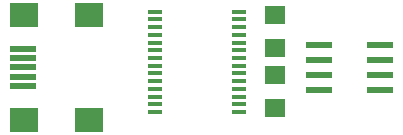
<source format=gtp>
G04 (created by PCBNEW-RS274X (2011-07-08)-stable) date Wed 10 Aug 2011 06:35:13 PM EDT*
G01*
G70*
G90*
%MOIN*%
G04 Gerber Fmt 3.4, Leading zero omitted, Abs format*
%FSLAX34Y34*%
G04 APERTURE LIST*
%ADD10C,0.006000*%
%ADD11R,0.070900X0.062900*%
%ADD12R,0.086600X0.023600*%
%ADD13R,0.050000X0.016000*%
%ADD14R,0.091000X0.019000*%
%ADD15R,0.098000X0.079000*%
G04 APERTURE END LIST*
G54D10*
G54D11*
X58200Y-41641D03*
X58200Y-42759D03*
G54D12*
X59676Y-42650D03*
X59676Y-43150D03*
X59676Y-43650D03*
X59676Y-44150D03*
X61723Y-44150D03*
X61723Y-43650D03*
X61723Y-43150D03*
X61723Y-42650D03*
G54D13*
X54200Y-41550D03*
X54200Y-41800D03*
X54200Y-42060D03*
X54200Y-42320D03*
X54200Y-42570D03*
X54200Y-42830D03*
X54200Y-43090D03*
X54200Y-43340D03*
X54200Y-43600D03*
X54200Y-43850D03*
X54200Y-44110D03*
X54200Y-44370D03*
X54200Y-44620D03*
X54200Y-44880D03*
X57000Y-44880D03*
X57000Y-44620D03*
X57000Y-44380D03*
X57000Y-44110D03*
X57000Y-43850D03*
X57000Y-43600D03*
X57000Y-43340D03*
X57000Y-43090D03*
X57000Y-42830D03*
X57000Y-42570D03*
X57000Y-42320D03*
X57000Y-42060D03*
X57000Y-41800D03*
X57000Y-41550D03*
G54D14*
X49815Y-43090D03*
X49815Y-42780D03*
X49815Y-43400D03*
X49815Y-43710D03*
G54D15*
X52020Y-45150D03*
X49850Y-45150D03*
X49850Y-41650D03*
X52020Y-41650D03*
G54D14*
X49815Y-44020D03*
G54D11*
X58200Y-44759D03*
X58200Y-43641D03*
M02*

</source>
